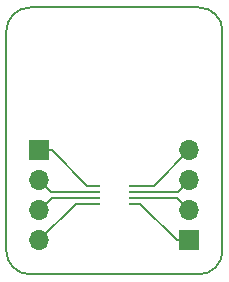
<source format=gbr>
G04 #@! TF.GenerationSoftware,KiCad,Pcbnew,5.0.1-33cea8e~68~ubuntu18.10.1*
G04 #@! TF.CreationDate,2018-12-01T22:17:56+02:00*
G04 #@! TF.ProjectId,BRK-VSSOP-8-2.4x2.1-P0.5,42524B2D5653534F502D382D322E3478,v1.0*
G04 #@! TF.SameCoordinates,Original*
G04 #@! TF.FileFunction,Copper,L1,Top,Signal*
G04 #@! TF.FilePolarity,Positive*
%FSLAX46Y46*%
G04 Gerber Fmt 4.6, Leading zero omitted, Abs format (unit mm)*
G04 Created by KiCad (PCBNEW 5.0.1-33cea8e~68~ubuntu18.10.1) date la  1. joulukuuta 2018 22.17.56*
%MOMM*%
%LPD*%
G01*
G04 APERTURE LIST*
G04 #@! TA.AperFunction,NonConductor*
%ADD10C,0.150000*%
G04 #@! TD*
G04 #@! TA.AperFunction,ComponentPad*
%ADD11O,1.700000X1.700000*%
G04 #@! TD*
G04 #@! TA.AperFunction,ComponentPad*
%ADD12R,1.700000X1.700000*%
G04 #@! TD*
G04 #@! TA.AperFunction,SMDPad,CuDef*
%ADD13R,0.750000X0.250000*%
G04 #@! TD*
G04 #@! TA.AperFunction,Conductor*
%ADD14C,0.200000*%
G04 #@! TD*
G04 #@! TA.AperFunction,Conductor*
%ADD15C,0.300000*%
G04 #@! TD*
G04 APERTURE END LIST*
D10*
X52000000Y-70600000D02*
G75*
G02X50000000Y-68600000I0J2000000D01*
G01*
X68300000Y-68600000D02*
G75*
G02X66300000Y-70600000I-2000000J0D01*
G01*
X66300000Y-48000000D02*
G75*
G02X68300000Y-50000000I0J-2000000D01*
G01*
X50000000Y-50000000D02*
G75*
G02X52000000Y-48000000I2000000J0D01*
G01*
X66300000Y-70600000D02*
X52000000Y-70600000D01*
X68300000Y-50000000D02*
X68300000Y-68600000D01*
X52000000Y-48000000D02*
X66300000Y-48000000D01*
X50000000Y-68600000D02*
X50000000Y-50000000D01*
D11*
G04 #@! TO.P,J2,4*
G04 #@! TO.N,Net-(J2-Pad4)*
X65500000Y-60100000D03*
G04 #@! TO.P,J2,3*
G04 #@! TO.N,Net-(J2-Pad3)*
X65500000Y-62640000D03*
G04 #@! TO.P,J2,2*
G04 #@! TO.N,Net-(J2-Pad2)*
X65500000Y-65180000D03*
D12*
G04 #@! TO.P,J2,1*
G04 #@! TO.N,Net-(J2-Pad1)*
X65500000Y-67720000D03*
G04 #@! TD*
G04 #@! TO.P,J1,1*
G04 #@! TO.N,Net-(J1-Pad1)*
X52800000Y-60100000D03*
D11*
G04 #@! TO.P,J1,2*
G04 #@! TO.N,Net-(J1-Pad2)*
X52800000Y-62640000D03*
G04 #@! TO.P,J1,3*
G04 #@! TO.N,Net-(J1-Pad3)*
X52800000Y-65180000D03*
G04 #@! TO.P,J1,4*
G04 #@! TO.N,Net-(J1-Pad4)*
X52800000Y-67720000D03*
G04 #@! TD*
D13*
G04 #@! TO.P,U1,1*
G04 #@! TO.N,Net-(J1-Pad1)*
X57600000Y-63120000D03*
G04 #@! TO.P,U1,2*
G04 #@! TO.N,Net-(J1-Pad2)*
X57600000Y-63620000D03*
G04 #@! TO.P,U1,3*
G04 #@! TO.N,Net-(J1-Pad3)*
X57600000Y-64120000D03*
G04 #@! TO.P,U1,4*
G04 #@! TO.N,Net-(J1-Pad4)*
X57600000Y-64620000D03*
G04 #@! TO.P,U1,5*
G04 #@! TO.N,Net-(J2-Pad1)*
X60700000Y-64620000D03*
G04 #@! TO.P,U1,6*
G04 #@! TO.N,Net-(J2-Pad2)*
X60700000Y-64120000D03*
G04 #@! TO.P,U1,7*
G04 #@! TO.N,Net-(J2-Pad3)*
X60700000Y-63620000D03*
G04 #@! TO.P,U1,8*
G04 #@! TO.N,Net-(J2-Pad4)*
X60700000Y-63120000D03*
G04 #@! TD*
D14*
G04 #@! TO.N,Net-(J1-Pad1)*
X56870000Y-63120000D02*
X57600000Y-63120000D01*
X52800000Y-60100000D02*
X53850000Y-60100000D01*
X53850000Y-60100000D02*
X56870000Y-63120000D01*
D15*
G04 #@! TO.N,Net-(J1-Pad2)*
X52840000Y-62600000D02*
X52800000Y-62640000D01*
D14*
X53780000Y-63620000D02*
X57600000Y-63620000D01*
X52800000Y-62640000D02*
X53780000Y-63620000D01*
G04 #@! TO.N,Net-(J1-Pad3)*
X53860000Y-64120000D02*
X57600000Y-64120000D01*
X52800000Y-65180000D02*
X53860000Y-64120000D01*
G04 #@! TO.N,Net-(J2-Pad1)*
X65500000Y-67720000D02*
X64450000Y-67720000D01*
X61350000Y-64620000D02*
X60700000Y-64620000D01*
X64450000Y-67720000D02*
X61350000Y-64620000D01*
G04 #@! TO.N,Net-(J2-Pad2)*
X64440000Y-64120000D02*
X60700000Y-64120000D01*
X65500000Y-65180000D02*
X64440000Y-64120000D01*
D15*
G04 #@! TO.N,Net-(J2-Pad3)*
X65460000Y-62600000D02*
X65500000Y-62640000D01*
D14*
X64520000Y-63620000D02*
X60700000Y-63620000D01*
X65500000Y-62640000D02*
X64520000Y-63620000D01*
G04 #@! TO.N,Net-(J1-Pad4)*
X55900000Y-64620000D02*
X57600000Y-64620000D01*
X52800000Y-67720000D02*
X55900000Y-64620000D01*
G04 #@! TO.N,Net-(J2-Pad4)*
X62480000Y-63120000D02*
X60700000Y-63120000D01*
X65500000Y-60100000D02*
X62480000Y-63120000D01*
G04 #@! TD*
M02*

</source>
